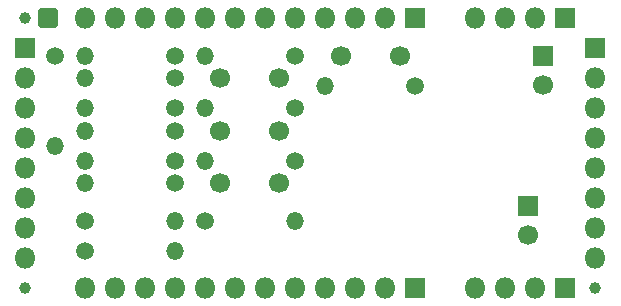
<source format=gts>
G04 #@! TF.GenerationSoftware,KiCad,Pcbnew,(5.1.6-0-10_14)*
G04 #@! TF.CreationDate,2021-03-21T15:45:56+00:00*
G04 #@! TF.ProjectId,JuntetOnSteroidsTTGO,4a756e74-6574-44f6-9e53-7465726f6964,0.3*
G04 #@! TF.SameCoordinates,PX5faea10PY5734380*
G04 #@! TF.FileFunction,Soldermask,Top*
G04 #@! TF.FilePolarity,Negative*
%FSLAX46Y46*%
G04 Gerber Fmt 4.6, Leading zero omitted, Abs format (unit mm)*
G04 Created by KiCad (PCBNEW (5.1.6-0-10_14)) date 2021-03-21 15:45:56*
%MOMM*%
%LPD*%
G01*
G04 APERTURE LIST*
%ADD10R,1.800000X1.800000*%
%ADD11O,1.800000X1.800000*%
%ADD12O,1.500000X1.500000*%
%ADD13C,1.500000*%
%ADD14C,1.000000*%
%ADD15C,1.700000*%
%ADD16R,1.700000X1.700000*%
G04 APERTURE END LIST*
G04 #@! TO.C,TP1*
G36*
G01*
X4230000Y25450625D02*
X4230000Y26619375D01*
G75*
G02*
X4495625Y26885000I265625J0D01*
G01*
X5664375Y26885000D01*
G75*
G02*
X5930000Y26619375I0J-265625D01*
G01*
X5930000Y25450625D01*
G75*
G02*
X5664375Y25185000I-265625J0D01*
G01*
X4495625Y25185000D01*
G75*
G02*
X4230000Y25450625I0J265625D01*
G01*
G37*
G04 #@! TD*
D10*
G04 #@! TO.C,J3*
X48895000Y26035000D03*
D11*
X46355000Y26035000D03*
X43815000Y26035000D03*
X41275000Y26035000D03*
G04 #@! TD*
G04 #@! TO.C,J6*
X41275000Y3175000D03*
X43815000Y3175000D03*
X46355000Y3175000D03*
D10*
X48895000Y3175000D03*
G04 #@! TD*
D12*
G04 #@! TO.C,R6*
X26035000Y8890000D03*
D13*
X18415000Y8890000D03*
G04 #@! TD*
D14*
G04 #@! TO.C,FID3*
X51435000Y3175000D03*
G04 #@! TD*
G04 #@! TO.C,FID2*
X3175000Y26035000D03*
G04 #@! TD*
G04 #@! TO.C,FID1*
X3175000Y3175000D03*
G04 #@! TD*
D15*
G04 #@! TO.C,C31*
X24685000Y12065000D03*
X19685000Y12065000D03*
G04 #@! TD*
G04 #@! TO.C,C21*
X24685000Y16510000D03*
X19685000Y16510000D03*
G04 #@! TD*
G04 #@! TO.C,C11*
X24685000Y20955000D03*
X19685000Y20955000D03*
G04 #@! TD*
G04 #@! TO.C,C3*
X29925000Y22860000D03*
X34925000Y22860000D03*
G04 #@! TD*
D12*
G04 #@! TO.C,R51*
X15875000Y6350000D03*
D13*
X8255000Y6350000D03*
G04 #@! TD*
D12*
G04 #@! TO.C,R41*
X15875000Y8890000D03*
D13*
X8255000Y8890000D03*
G04 #@! TD*
D12*
G04 #@! TO.C,R33*
X18415000Y13970000D03*
D13*
X26035000Y13970000D03*
G04 #@! TD*
D12*
G04 #@! TO.C,R32*
X8255000Y12065000D03*
D13*
X15875000Y12065000D03*
G04 #@! TD*
D12*
G04 #@! TO.C,R31*
X8255000Y13970000D03*
D13*
X15875000Y13970000D03*
G04 #@! TD*
D12*
G04 #@! TO.C,R23*
X18415000Y18415000D03*
D13*
X26035000Y18415000D03*
G04 #@! TD*
D12*
G04 #@! TO.C,R22*
X8255000Y16510000D03*
D13*
X15875000Y16510000D03*
G04 #@! TD*
D12*
G04 #@! TO.C,R21*
X8255000Y18415000D03*
D13*
X15875000Y18415000D03*
G04 #@! TD*
D12*
G04 #@! TO.C,R13*
X18415000Y22860000D03*
D13*
X26035000Y22860000D03*
G04 #@! TD*
D12*
G04 #@! TO.C,R12*
X8255000Y20955000D03*
D13*
X15875000Y20955000D03*
G04 #@! TD*
D12*
G04 #@! TO.C,R11*
X8255000Y22860000D03*
D13*
X15875000Y22860000D03*
G04 #@! TD*
D12*
G04 #@! TO.C,R34*
X5715000Y15240000D03*
D13*
X5715000Y22860000D03*
G04 #@! TD*
D12*
G04 #@! TO.C,R1*
X28575000Y20320000D03*
D13*
X36195000Y20320000D03*
G04 #@! TD*
D11*
G04 #@! TO.C,J5*
X8255000Y3175000D03*
X10795000Y3175000D03*
X13335000Y3175000D03*
X15875000Y3175000D03*
X18415000Y3175000D03*
X20955000Y3175000D03*
X23495000Y3175000D03*
X26035000Y3175000D03*
X28575000Y3175000D03*
X31115000Y3175000D03*
X33655000Y3175000D03*
D10*
X36195000Y3175000D03*
G04 #@! TD*
D11*
G04 #@! TO.C,J4*
X8255000Y26035000D03*
X10795000Y26035000D03*
X13335000Y26035000D03*
X15875000Y26035000D03*
X18415000Y26035000D03*
X20955000Y26035000D03*
X23495000Y26035000D03*
X26035000Y26035000D03*
X28575000Y26035000D03*
X31115000Y26035000D03*
X33655000Y26035000D03*
D10*
X36195000Y26035000D03*
G04 #@! TD*
D11*
G04 #@! TO.C,J2*
X51435000Y5715000D03*
X51435000Y8255000D03*
X51435000Y10795000D03*
X51435000Y13335000D03*
X51435000Y15875000D03*
X51435000Y18415000D03*
X51435000Y20955000D03*
D10*
X51435000Y23495000D03*
G04 #@! TD*
D11*
G04 #@! TO.C,J1*
X3175000Y5715000D03*
X3175000Y8255000D03*
X3175000Y10795000D03*
X3175000Y13335000D03*
X3175000Y15875000D03*
X3175000Y18415000D03*
X3175000Y20955000D03*
D10*
X3175000Y23495000D03*
G04 #@! TD*
D15*
G04 #@! TO.C,C2*
X45720000Y7660000D03*
D16*
X45720000Y10160000D03*
G04 #@! TD*
D15*
G04 #@! TO.C,C1*
X46990000Y20360000D03*
D16*
X46990000Y22860000D03*
G04 #@! TD*
M02*

</source>
